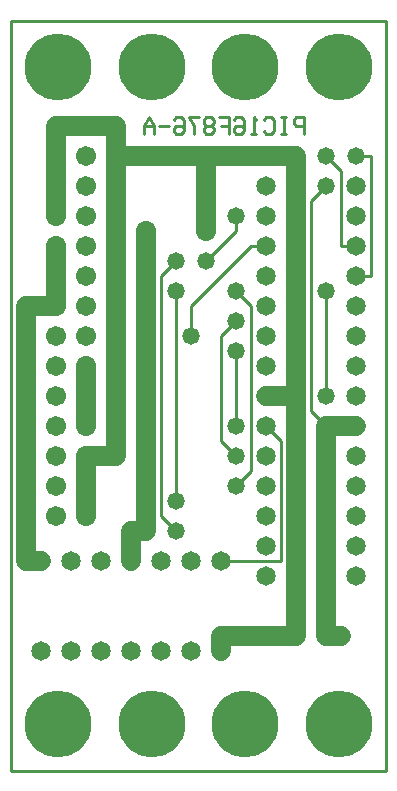
<source format=gbl>
%MOIN*%
%FSLAX25Y25*%
G04 D10 used for Character Trace; *
G04     Circle (OD=.01000) (No hole)*
G04 D11 used for Power Trace; *
G04     Circle (OD=.06700) (No hole)*
G04 D12 used for Signal Trace; *
G04     Circle (OD=.01100) (No hole)*
G04 D13 used for Via; *
G04     Circle (OD=.05800) (Round. Hole ID=.02800)*
G04 D14 used for Component hole; *
G04     Circle (OD=.06500) (Round. Hole ID=.03500)*
G04 D15 used for Component hole; *
G04     Circle (OD=.06700) (Round. Hole ID=.04300)*
G04 D16 used for Component hole; *
G04     Circle (OD=.08100) (Round. Hole ID=.05100)*
G04 D17 used for Component hole; *
G04     Circle (OD=.08900) (Round. Hole ID=.05900)*
G04 D18 used for Component hole; *
G04     Circle (OD=.11300) (Round. Hole ID=.08300)*
G04 D19 used for Component hole; *
G04     Circle (OD=.16000) (Round. Hole ID=.13000)*
G04 D20 used for Component hole; *
G04     Circle (OD=.18300) (Round. Hole ID=.15300)*
G04 D21 used for Component hole; *
G04     Circle (OD=.22291) (Round. Hole ID=.19291)*
%ADD10C,.01000*%
%ADD11C,.06700*%
%ADD12C,.01100*%
%ADD13C,.05800*%
%ADD14C,.06500*%
%ADD15C,.06700*%
%ADD16C,.08100*%
%ADD17C,.08900*%
%ADD18C,.11300*%
%ADD19C,.16000*%
%ADD20C,.18300*%
%ADD21C,.22291*%
%IPPOS*%
%LPD*%
G90*X0Y0D02*D21*X15625Y15625D03*D14*              
X40000Y40000D03*X30000D03*X20000D03*X10000D03*D21*
X46875Y15625D03*D14*X50000Y40000D03*X60000D03*    
X70000Y70000D03*D12*X90000D01*Y110000D01*         
X85000Y115000D01*D14*D03*X95000Y105000D03*D11*    
Y45000D01*X90000D01*D14*D03*D11*X70000D01*        
Y40000D01*D14*D03*X85000Y65000D03*D21*            
X78125Y15625D03*D14*X40000Y70000D03*D11*Y80000D01*
X45000D01*D14*D03*D11*Y140000D01*D14*D03*D11*     
Y180000D01*D15*D03*D13*X55000Y170000D03*D12*      
X50000Y165000D01*Y85000D01*X55000Y80000D01*D13*   
D03*D14*X50000Y70000D03*D13*X55000Y90000D03*D12*  
Y160000D01*D13*D03*D12*X60000Y145000D02*          
Y155000D01*D13*Y145000D03*D12*X70000Y110000D02*   
Y145000D01*X75000Y105000D02*X70000Y110000D01*D13* 
X75000Y105000D03*D12*Y95000D02*X80000Y100000D01*  
D13*X75000Y95000D03*D12*X80000Y100000D02*         
Y155000D01*X75000Y160000D01*D13*D03*              
X65000Y170000D03*D12*X75000Y180000D01*Y185000D01* 
D13*D03*D14*X85000Y175000D03*D12*X80000D01*       
X60000Y155000D01*X70000Y145000D02*                
X75000Y150000D01*D13*D03*D14*X85000Y145000D03*D13*
X75000Y140000D03*D12*Y115000D01*D13*D03*D14*      
X85000Y105000D03*Y125000D03*D11*X95000D01*        
Y105000D01*X105000Y45000D02*Y115000D01*Y45000D02* 
X110000D01*D14*D03*X115000Y65000D03*Y75000D03*D21*
X109375Y15625D03*D14*X85000Y75000D03*             
X115000Y85000D03*X85000D03*D12*X0Y0D02*X125000D01*
X0D02*Y250000D01*X125000D01*Y0D01*D14*            
X60000Y70000D03*X30000D03*X115000Y95000D03*       
X85000D03*D15*X25000D03*D11*Y85000D01*D15*D03*    
X15000Y95000D03*D11*X25000D02*Y105000D01*D15*D03* 
D11*X35000D01*Y205000D01*X65000D01*Y180000D01*D15*
D03*D14*X85000Y165000D03*Y185000D03*Y195000D03*   
D11*X65000Y205000D02*X95000D01*Y125000D01*D12*    
X105000Y115000D02*X100000Y120000D01*D11*          
X105000Y115000D02*X115000D01*D14*D03*D13*         
X105000Y125000D03*D12*Y160000D01*D13*D03*D14*     
X115000Y155000D03*Y165000D03*D12*X120000D01*      
Y205000D01*X115000D01*D13*D03*D12*                
X110000Y175000D02*Y200000D01*Y175000D02*          
X115000D01*D14*D03*Y185000D03*D12*                
X100000Y120000D02*Y190000D01*D14*                 
X115000Y105000D03*Y135000D03*X85000D03*           
X115000Y125000D03*Y145000D03*X85000Y155000D03*D12*
X100000Y190000D02*X105000Y195000D01*D13*D03*D12*  
X110000Y200000D02*X105000Y205000D01*D13*D03*D14*  
X115000Y195000D03*D21*X109375Y234375D03*X78125D03*
X46875D03*D10*X97511Y212129D02*Y217871D01*        
X95000D01*X94163Y216914D01*Y215957D01*            
X95000Y215000D01*X97511D01*X90837Y212129D02*      
Y217871D01*X91674Y212129D02*X90000D01*            
X91674Y217871D02*X90000D01*X84163Y213086D02*      
X85000Y212129D01*X86674D01*X87511Y213086D01*      
Y216914D01*X86674Y217871D01*X85000D01*            
X84163Y216914D01*X81674D02*X80837Y217871D01*      
Y212129D01*X81674D02*X80000D01*X74163Y216914D02*  
X75000Y217871D01*X76674D01*X77511Y216914D01*      
Y213086D01*X76674Y212129D01*X75000D01*            
X74163Y213086D01*Y214043D01*X75000Y215000D01*     
X76674D01*X77511Y214043D01*X72511Y212129D02*      
Y217871D01*X69163D01*X72511Y215000D02*X70000D01*  
X66674D02*X67511Y215957D01*Y216914D01*            
X66674Y217871D01*X65000D01*X64163Y216914D01*      
Y215957D01*X65000Y215000D01*X66674D01*            
X67511Y214043D01*Y213086D01*X66674Y212129D01*     
X65000D01*X64163Y213086D01*Y214043D01*            
X65000Y215000D01*X62511Y217871D02*X59163D01*      
X60837Y215000D01*Y212129D01*X54163Y216914D02*     
X55000Y217871D01*X56674D01*X57511Y216914D01*      
Y213086D01*X56674Y212129D01*X55000D01*            
X54163Y213086D01*Y214043D01*X55000Y215000D01*     
X56674D01*X57511Y214043D01*X52511Y215000D02*      
X49163D01*X47511Y212129D02*Y215000D01*            
X45837Y217871D01*X44163Y215000D01*Y212129D01*     
X47511Y215000D02*X44163D01*D11*X35000Y205000D02*  
Y215000D01*D15*X25000Y195000D03*D11*              
X15000Y215000D02*X35000D01*X15000Y205000D02*      
Y215000D01*D15*Y205000D03*D11*Y195000D01*D15*D03* 
D11*Y185000D01*D15*D03*X25000Y175000D03*          
Y185000D03*X15000Y175000D03*D11*Y165000D01*D15*   
D03*D11*Y155000D01*D15*D03*D11*X5000D01*Y70000D01*
X10000D01*D14*D03*X20000D03*D15*X15000Y85000D03*  
Y105000D03*X25000Y115000D03*D11*Y125000D01*D15*   
D03*D11*Y135000D01*D15*D03*X15000Y145000D03*      
Y125000D03*X25000Y145000D03*X15000Y135000D03*     
Y115000D03*X25000Y155000D03*Y165000D03*Y205000D03*
D21*X15625Y234375D03*M02*                         

</source>
